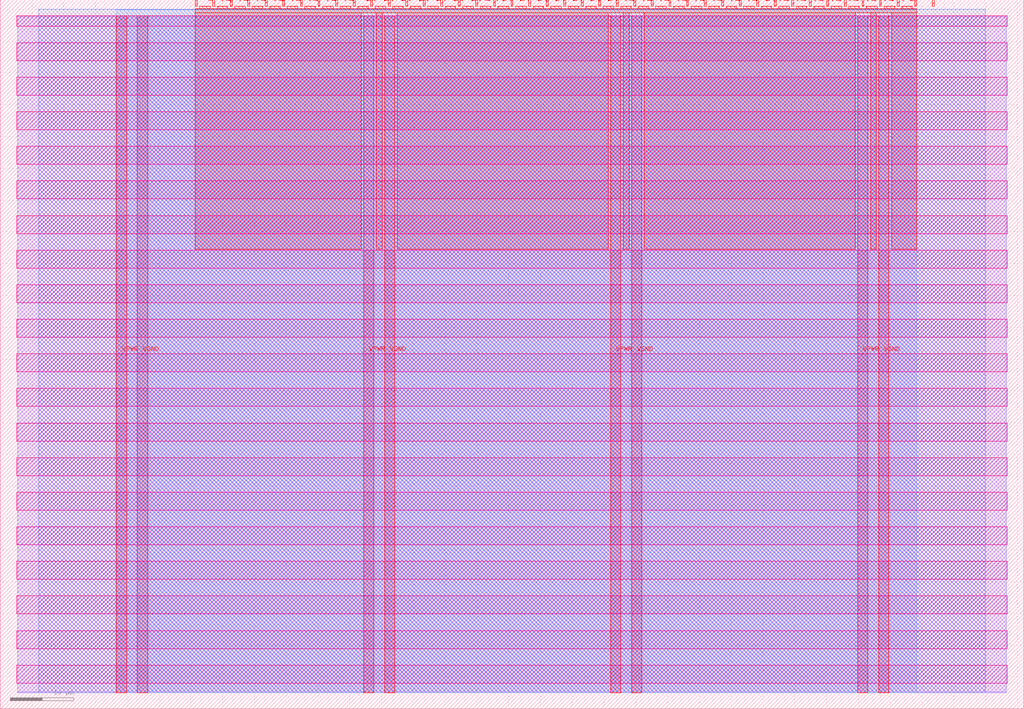
<source format=lef>
VERSION 5.7 ;
  NOWIREEXTENSIONATPIN ON ;
  DIVIDERCHAR "/" ;
  BUSBITCHARS "[]" ;
MACRO tt_um_favoritohjs_scroller
  CLASS BLOCK ;
  FOREIGN tt_um_favoritohjs_scroller ;
  ORIGIN 0.000 0.000 ;
  SIZE 161.000 BY 111.520 ;
  PIN VGND
    DIRECTION INOUT ;
    USE GROUND ;
    PORT
      LAYER met4 ;
        RECT 21.580 2.480 23.180 109.040 ;
    END
    PORT
      LAYER met4 ;
        RECT 60.450 2.480 62.050 109.040 ;
    END
    PORT
      LAYER met4 ;
        RECT 99.320 2.480 100.920 109.040 ;
    END
    PORT
      LAYER met4 ;
        RECT 138.190 2.480 139.790 109.040 ;
    END
  END VGND
  PIN VPWR
    DIRECTION INOUT ;
    USE POWER ;
    PORT
      LAYER met4 ;
        RECT 18.280 2.480 19.880 109.040 ;
    END
    PORT
      LAYER met4 ;
        RECT 57.150 2.480 58.750 109.040 ;
    END
    PORT
      LAYER met4 ;
        RECT 96.020 2.480 97.620 109.040 ;
    END
    PORT
      LAYER met4 ;
        RECT 134.890 2.480 136.490 109.040 ;
    END
  END VPWR
  PIN clk
    DIRECTION INPUT ;
    USE SIGNAL ;
    ANTENNAGATEAREA 0.852000 ;
    PORT
      LAYER met4 ;
        RECT 143.830 110.520 144.130 111.520 ;
    END
  END clk
  PIN ena
    DIRECTION INPUT ;
    USE SIGNAL ;
    PORT
      LAYER met4 ;
        RECT 146.590 110.520 146.890 111.520 ;
    END
  END ena
  PIN rst_n
    DIRECTION INPUT ;
    USE SIGNAL ;
    ANTENNAGATEAREA 0.196500 ;
    PORT
      LAYER met4 ;
        RECT 141.070 110.520 141.370 111.520 ;
    END
  END rst_n
  PIN ui_in[0]
    DIRECTION INPUT ;
    USE SIGNAL ;
    PORT
      LAYER met4 ;
        RECT 138.310 110.520 138.610 111.520 ;
    END
  END ui_in[0]
  PIN ui_in[1]
    DIRECTION INPUT ;
    USE SIGNAL ;
    PORT
      LAYER met4 ;
        RECT 135.550 110.520 135.850 111.520 ;
    END
  END ui_in[1]
  PIN ui_in[2]
    DIRECTION INPUT ;
    USE SIGNAL ;
    PORT
      LAYER met4 ;
        RECT 132.790 110.520 133.090 111.520 ;
    END
  END ui_in[2]
  PIN ui_in[3]
    DIRECTION INPUT ;
    USE SIGNAL ;
    PORT
      LAYER met4 ;
        RECT 130.030 110.520 130.330 111.520 ;
    END
  END ui_in[3]
  PIN ui_in[4]
    DIRECTION INPUT ;
    USE SIGNAL ;
    PORT
      LAYER met4 ;
        RECT 127.270 110.520 127.570 111.520 ;
    END
  END ui_in[4]
  PIN ui_in[5]
    DIRECTION INPUT ;
    USE SIGNAL ;
    PORT
      LAYER met4 ;
        RECT 124.510 110.520 124.810 111.520 ;
    END
  END ui_in[5]
  PIN ui_in[6]
    DIRECTION INPUT ;
    USE SIGNAL ;
    PORT
      LAYER met4 ;
        RECT 121.750 110.520 122.050 111.520 ;
    END
  END ui_in[6]
  PIN ui_in[7]
    DIRECTION INPUT ;
    USE SIGNAL ;
    PORT
      LAYER met4 ;
        RECT 118.990 110.520 119.290 111.520 ;
    END
  END ui_in[7]
  PIN uio_in[0]
    DIRECTION INPUT ;
    USE SIGNAL ;
    PORT
      LAYER met4 ;
        RECT 116.230 110.520 116.530 111.520 ;
    END
  END uio_in[0]
  PIN uio_in[1]
    DIRECTION INPUT ;
    USE SIGNAL ;
    PORT
      LAYER met4 ;
        RECT 113.470 110.520 113.770 111.520 ;
    END
  END uio_in[1]
  PIN uio_in[2]
    DIRECTION INPUT ;
    USE SIGNAL ;
    PORT
      LAYER met4 ;
        RECT 110.710 110.520 111.010 111.520 ;
    END
  END uio_in[2]
  PIN uio_in[3]
    DIRECTION INPUT ;
    USE SIGNAL ;
    PORT
      LAYER met4 ;
        RECT 107.950 110.520 108.250 111.520 ;
    END
  END uio_in[3]
  PIN uio_in[4]
    DIRECTION INPUT ;
    USE SIGNAL ;
    PORT
      LAYER met4 ;
        RECT 105.190 110.520 105.490 111.520 ;
    END
  END uio_in[4]
  PIN uio_in[5]
    DIRECTION INPUT ;
    USE SIGNAL ;
    PORT
      LAYER met4 ;
        RECT 102.430 110.520 102.730 111.520 ;
    END
  END uio_in[5]
  PIN uio_in[6]
    DIRECTION INPUT ;
    USE SIGNAL ;
    PORT
      LAYER met4 ;
        RECT 99.670 110.520 99.970 111.520 ;
    END
  END uio_in[6]
  PIN uio_in[7]
    DIRECTION INPUT ;
    USE SIGNAL ;
    PORT
      LAYER met4 ;
        RECT 96.910 110.520 97.210 111.520 ;
    END
  END uio_in[7]
  PIN uio_oe[0]
    DIRECTION OUTPUT ;
    USE SIGNAL ;
    ANTENNADIFFAREA 0.445500 ;
    PORT
      LAYER met4 ;
        RECT 49.990 110.520 50.290 111.520 ;
    END
  END uio_oe[0]
  PIN uio_oe[1]
    DIRECTION OUTPUT ;
    USE SIGNAL ;
    ANTENNADIFFAREA 0.445500 ;
    PORT
      LAYER met4 ;
        RECT 47.230 110.520 47.530 111.520 ;
    END
  END uio_oe[1]
  PIN uio_oe[2]
    DIRECTION OUTPUT ;
    USE SIGNAL ;
    ANTENNADIFFAREA 0.445500 ;
    PORT
      LAYER met4 ;
        RECT 44.470 110.520 44.770 111.520 ;
    END
  END uio_oe[2]
  PIN uio_oe[3]
    DIRECTION OUTPUT ;
    USE SIGNAL ;
    ANTENNADIFFAREA 0.445500 ;
    PORT
      LAYER met4 ;
        RECT 41.710 110.520 42.010 111.520 ;
    END
  END uio_oe[3]
  PIN uio_oe[4]
    DIRECTION OUTPUT ;
    USE SIGNAL ;
    ANTENNADIFFAREA 0.445500 ;
    PORT
      LAYER met4 ;
        RECT 38.950 110.520 39.250 111.520 ;
    END
  END uio_oe[4]
  PIN uio_oe[5]
    DIRECTION OUTPUT ;
    USE SIGNAL ;
    ANTENNADIFFAREA 0.445500 ;
    PORT
      LAYER met4 ;
        RECT 36.190 110.520 36.490 111.520 ;
    END
  END uio_oe[5]
  PIN uio_oe[6]
    DIRECTION OUTPUT ;
    USE SIGNAL ;
    ANTENNADIFFAREA 0.445500 ;
    PORT
      LAYER met4 ;
        RECT 33.430 110.520 33.730 111.520 ;
    END
  END uio_oe[6]
  PIN uio_oe[7]
    DIRECTION OUTPUT ;
    USE SIGNAL ;
    ANTENNADIFFAREA 0.445500 ;
    PORT
      LAYER met4 ;
        RECT 30.670 110.520 30.970 111.520 ;
    END
  END uio_oe[7]
  PIN uio_out[0]
    DIRECTION OUTPUT ;
    USE SIGNAL ;
    ANTENNADIFFAREA 0.445500 ;
    PORT
      LAYER met4 ;
        RECT 72.070 110.520 72.370 111.520 ;
    END
  END uio_out[0]
  PIN uio_out[1]
    DIRECTION OUTPUT ;
    USE SIGNAL ;
    ANTENNADIFFAREA 0.445500 ;
    PORT
      LAYER met4 ;
        RECT 69.310 110.520 69.610 111.520 ;
    END
  END uio_out[1]
  PIN uio_out[2]
    DIRECTION OUTPUT ;
    USE SIGNAL ;
    ANTENNADIFFAREA 0.445500 ;
    PORT
      LAYER met4 ;
        RECT 66.550 110.520 66.850 111.520 ;
    END
  END uio_out[2]
  PIN uio_out[3]
    DIRECTION OUTPUT ;
    USE SIGNAL ;
    ANTENNADIFFAREA 0.445500 ;
    PORT
      LAYER met4 ;
        RECT 63.790 110.520 64.090 111.520 ;
    END
  END uio_out[3]
  PIN uio_out[4]
    DIRECTION OUTPUT ;
    USE SIGNAL ;
    ANTENNADIFFAREA 0.445500 ;
    PORT
      LAYER met4 ;
        RECT 61.030 110.520 61.330 111.520 ;
    END
  END uio_out[4]
  PIN uio_out[5]
    DIRECTION OUTPUT ;
    USE SIGNAL ;
    ANTENNADIFFAREA 0.445500 ;
    PORT
      LAYER met4 ;
        RECT 58.270 110.520 58.570 111.520 ;
    END
  END uio_out[5]
  PIN uio_out[6]
    DIRECTION OUTPUT ;
    USE SIGNAL ;
    ANTENNADIFFAREA 0.445500 ;
    PORT
      LAYER met4 ;
        RECT 55.510 110.520 55.810 111.520 ;
    END
  END uio_out[6]
  PIN uio_out[7]
    DIRECTION OUTPUT ;
    USE SIGNAL ;
    ANTENNADIFFAREA 0.445500 ;
    PORT
      LAYER met4 ;
        RECT 52.750 110.520 53.050 111.520 ;
    END
  END uio_out[7]
  PIN uo_out[0]
    DIRECTION OUTPUT ;
    USE SIGNAL ;
    ANTENNADIFFAREA 0.445500 ;
    PORT
      LAYER met4 ;
        RECT 94.150 110.520 94.450 111.520 ;
    END
  END uo_out[0]
  PIN uo_out[1]
    DIRECTION OUTPUT ;
    USE SIGNAL ;
    ANTENNAGATEAREA 0.159000 ;
    ANTENNADIFFAREA 0.445500 ;
    PORT
      LAYER met4 ;
        RECT 91.390 110.520 91.690 111.520 ;
    END
  END uo_out[1]
  PIN uo_out[2]
    DIRECTION OUTPUT ;
    USE SIGNAL ;
    ANTENNADIFFAREA 0.445500 ;
    PORT
      LAYER met4 ;
        RECT 88.630 110.520 88.930 111.520 ;
    END
  END uo_out[2]
  PIN uo_out[3]
    DIRECTION OUTPUT ;
    USE SIGNAL ;
    ANTENNADIFFAREA 0.445500 ;
    PORT
      LAYER met4 ;
        RECT 85.870 110.520 86.170 111.520 ;
    END
  END uo_out[3]
  PIN uo_out[4]
    DIRECTION OUTPUT ;
    USE SIGNAL ;
    ANTENNADIFFAREA 0.445500 ;
    PORT
      LAYER met4 ;
        RECT 83.110 110.520 83.410 111.520 ;
    END
  END uo_out[4]
  PIN uo_out[5]
    DIRECTION OUTPUT ;
    USE SIGNAL ;
    ANTENNAGATEAREA 0.159000 ;
    ANTENNADIFFAREA 0.445500 ;
    PORT
      LAYER met4 ;
        RECT 80.350 110.520 80.650 111.520 ;
    END
  END uo_out[5]
  PIN uo_out[6]
    DIRECTION OUTPUT ;
    USE SIGNAL ;
    ANTENNADIFFAREA 0.445500 ;
    PORT
      LAYER met4 ;
        RECT 77.590 110.520 77.890 111.520 ;
    END
  END uo_out[6]
  PIN uo_out[7]
    DIRECTION OUTPUT ;
    USE SIGNAL ;
    ANTENNADIFFAREA 0.795200 ;
    PORT
      LAYER met4 ;
        RECT 74.830 110.520 75.130 111.520 ;
    END
  END uo_out[7]
  OBS
      LAYER nwell ;
        RECT 2.570 107.385 158.430 108.990 ;
        RECT 2.570 101.945 158.430 104.775 ;
        RECT 2.570 96.505 158.430 99.335 ;
        RECT 2.570 91.065 158.430 93.895 ;
        RECT 2.570 85.625 158.430 88.455 ;
        RECT 2.570 80.185 158.430 83.015 ;
        RECT 2.570 74.745 158.430 77.575 ;
        RECT 2.570 69.305 158.430 72.135 ;
        RECT 2.570 63.865 158.430 66.695 ;
        RECT 2.570 58.425 158.430 61.255 ;
        RECT 2.570 52.985 158.430 55.815 ;
        RECT 2.570 47.545 158.430 50.375 ;
        RECT 2.570 42.105 158.430 44.935 ;
        RECT 2.570 36.665 158.430 39.495 ;
        RECT 2.570 31.225 158.430 34.055 ;
        RECT 2.570 25.785 158.430 28.615 ;
        RECT 2.570 20.345 158.430 23.175 ;
        RECT 2.570 14.905 158.430 17.735 ;
        RECT 2.570 9.465 158.430 12.295 ;
        RECT 2.570 4.025 158.430 6.855 ;
      LAYER li1 ;
        RECT 2.760 2.635 158.240 108.885 ;
      LAYER met1 ;
        RECT 2.760 2.480 158.240 109.040 ;
      LAYER met2 ;
        RECT 6.080 2.535 154.920 110.005 ;
      LAYER met3 ;
        RECT 18.290 2.555 144.170 109.985 ;
      LAYER met4 ;
        RECT 31.370 110.120 33.030 110.520 ;
        RECT 34.130 110.120 35.790 110.520 ;
        RECT 36.890 110.120 38.550 110.520 ;
        RECT 39.650 110.120 41.310 110.520 ;
        RECT 42.410 110.120 44.070 110.520 ;
        RECT 45.170 110.120 46.830 110.520 ;
        RECT 47.930 110.120 49.590 110.520 ;
        RECT 50.690 110.120 52.350 110.520 ;
        RECT 53.450 110.120 55.110 110.520 ;
        RECT 56.210 110.120 57.870 110.520 ;
        RECT 58.970 110.120 60.630 110.520 ;
        RECT 61.730 110.120 63.390 110.520 ;
        RECT 64.490 110.120 66.150 110.520 ;
        RECT 67.250 110.120 68.910 110.520 ;
        RECT 70.010 110.120 71.670 110.520 ;
        RECT 72.770 110.120 74.430 110.520 ;
        RECT 75.530 110.120 77.190 110.520 ;
        RECT 78.290 110.120 79.950 110.520 ;
        RECT 81.050 110.120 82.710 110.520 ;
        RECT 83.810 110.120 85.470 110.520 ;
        RECT 86.570 110.120 88.230 110.520 ;
        RECT 89.330 110.120 90.990 110.520 ;
        RECT 92.090 110.120 93.750 110.520 ;
        RECT 94.850 110.120 96.510 110.520 ;
        RECT 97.610 110.120 99.270 110.520 ;
        RECT 100.370 110.120 102.030 110.520 ;
        RECT 103.130 110.120 104.790 110.520 ;
        RECT 105.890 110.120 107.550 110.520 ;
        RECT 108.650 110.120 110.310 110.520 ;
        RECT 111.410 110.120 113.070 110.520 ;
        RECT 114.170 110.120 115.830 110.520 ;
        RECT 116.930 110.120 118.590 110.520 ;
        RECT 119.690 110.120 121.350 110.520 ;
        RECT 122.450 110.120 124.110 110.520 ;
        RECT 125.210 110.120 126.870 110.520 ;
        RECT 127.970 110.120 129.630 110.520 ;
        RECT 130.730 110.120 132.390 110.520 ;
        RECT 133.490 110.120 135.150 110.520 ;
        RECT 136.250 110.120 137.910 110.520 ;
        RECT 139.010 110.120 140.670 110.520 ;
        RECT 141.770 110.120 143.430 110.520 ;
        RECT 30.655 109.440 144.145 110.120 ;
        RECT 30.655 72.255 56.750 109.440 ;
        RECT 59.150 72.255 60.050 109.440 ;
        RECT 62.450 72.255 95.620 109.440 ;
        RECT 98.020 72.255 98.920 109.440 ;
        RECT 101.320 72.255 134.490 109.440 ;
        RECT 136.890 72.255 137.790 109.440 ;
        RECT 140.190 72.255 144.145 109.440 ;
  END
END tt_um_favoritohjs_scroller
END LIBRARY


</source>
